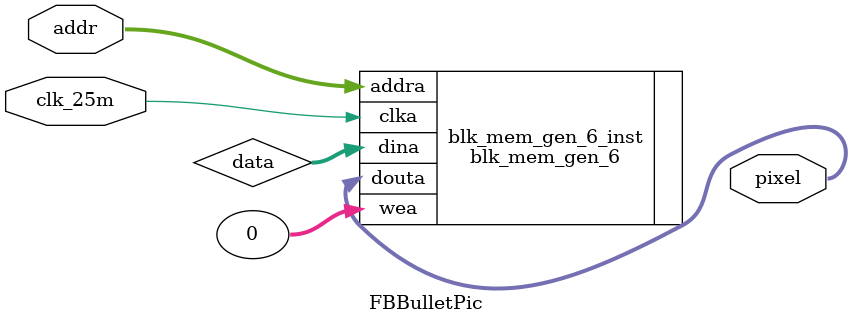
<source format=v>
module FBBulletPic(clk_25m, addr, pixel);
	input clk_25m;
	input [16:0]addr;
	output [11:0]pixel;
	wire [11:0] data;
	
	blk_mem_gen_6 blk_mem_gen_6_inst(
      .clka(clk_25m),
      .wea(0),
      .addra(addr),
      .dina(data[11:0]),
      .douta(pixel)
    ); 
endmodule
</source>
